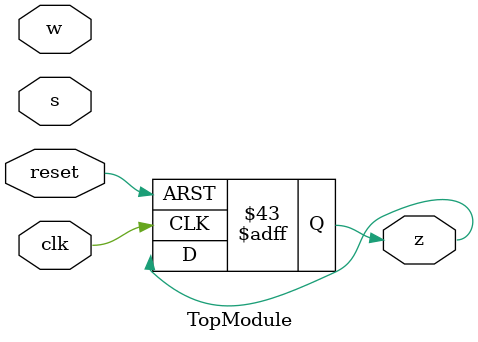
<source format=sv>

module TopModule (
  input clk,
  input reset,
  input s,
  input w,
  output reg z
);
always_ff @(posedge clk or posedge reset) begin
    if (reset) begin
        current_state <= A;
        z <= 0;
        count_w_ones <= 0;
        cycle_count <= 0; // Counter for cycles in state B
    end else begin
        current_state <= next_state;

        if (current_state == A && next_state == B) begin
            // Reset counters only when transitioning to state B
            count_w_ones <= 0;
            cycle_count <= 0;
        end

        if (current_state == B) begin
            // Count occurrences of w = 1 in state B
            if (w) begin
                count_w_ones <= count_w_ones + 1;
            end

            // Increment cycle counter and check every three cycles
            cycle_count <= cycle_count + 1;

            if (cycle_count == 3) begin
                // Set z based on the count of w = 1 in the last three cycles
                if (count_w_ones == 2) begin
                    z <= 1;
                end else begin
                    z <= 0;
                end

                // Reset counters after checking for three cycles
                count_w_ones <= 0;
            end
        end
    end
end

always_comb begin
    case (current_state)
        A: begin
            if (s == 1) begin
                next_state = B;
            end else begin
                next_state = A;
            end
        end

        B: begin
            // Remain in state B to continue checking w
            next_state = B;
        end

        default: begin
            next_state = A;  // Default case for safety
        end
    endcase
end

endmodule

</source>
